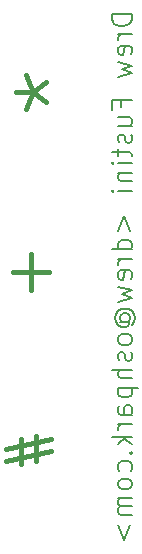
<source format=gbo>
G04 #@! TF.FileFunction,Legend,Bot*
%FSLAX46Y46*%
G04 Gerber Fmt 4.6, Leading zero omitted, Abs format (unit mm)*
G04 Created by KiCad (PCBNEW 4.0.6) date Wed Aug 30 21:06:07 2017*
%MOMM*%
%LPD*%
G01*
G04 APERTURE LIST*
%ADD10C,0.100000*%
%ADD11C,0.152400*%
%ADD12C,0.400000*%
G04 APERTURE END LIST*
D10*
D11*
X146617168Y-41724257D02*
X144917168Y-41724257D01*
X144917168Y-42129019D01*
X144998120Y-42371876D01*
X145160025Y-42533781D01*
X145321930Y-42614733D01*
X145645739Y-42695685D01*
X145888596Y-42695685D01*
X146212406Y-42614733D01*
X146374310Y-42533781D01*
X146536215Y-42371876D01*
X146617168Y-42129019D01*
X146617168Y-41724257D01*
X146617168Y-43424257D02*
X145483834Y-43424257D01*
X145807644Y-43424257D02*
X145645739Y-43505209D01*
X145564787Y-43586162D01*
X145483834Y-43748066D01*
X145483834Y-43909971D01*
X146536215Y-45124257D02*
X146617168Y-44962352D01*
X146617168Y-44638543D01*
X146536215Y-44476638D01*
X146374310Y-44395686D01*
X145726691Y-44395686D01*
X145564787Y-44476638D01*
X145483834Y-44638543D01*
X145483834Y-44962352D01*
X145564787Y-45124257D01*
X145726691Y-45205209D01*
X145888596Y-45205209D01*
X146050501Y-44395686D01*
X145483834Y-45771876D02*
X146617168Y-46095686D01*
X145807644Y-46419495D01*
X146617168Y-46743305D01*
X145483834Y-47067114D01*
X145726691Y-49576638D02*
X145726691Y-49009971D01*
X146617168Y-49009971D02*
X144917168Y-49009971D01*
X144917168Y-49819495D01*
X145483834Y-51195685D02*
X146617168Y-51195685D01*
X145483834Y-50467114D02*
X146374310Y-50467114D01*
X146536215Y-50548066D01*
X146617168Y-50709971D01*
X146617168Y-50952828D01*
X146536215Y-51114733D01*
X146455263Y-51195685D01*
X146536215Y-51924257D02*
X146617168Y-52086161D01*
X146617168Y-52409971D01*
X146536215Y-52571876D01*
X146374310Y-52652828D01*
X146293358Y-52652828D01*
X146131453Y-52571876D01*
X146050501Y-52409971D01*
X146050501Y-52167114D01*
X145969549Y-52005209D01*
X145807644Y-51924257D01*
X145726691Y-51924257D01*
X145564787Y-52005209D01*
X145483834Y-52167114D01*
X145483834Y-52409971D01*
X145564787Y-52571876D01*
X145483834Y-53138542D02*
X145483834Y-53786161D01*
X144917168Y-53381399D02*
X146374310Y-53381399D01*
X146536215Y-53462351D01*
X146617168Y-53624256D01*
X146617168Y-53786161D01*
X146617168Y-54352828D02*
X145483834Y-54352828D01*
X144917168Y-54352828D02*
X144998120Y-54271876D01*
X145079072Y-54352828D01*
X144998120Y-54433780D01*
X144917168Y-54352828D01*
X145079072Y-54352828D01*
X145483834Y-55162352D02*
X146617168Y-55162352D01*
X145645739Y-55162352D02*
X145564787Y-55243304D01*
X145483834Y-55405209D01*
X145483834Y-55648066D01*
X145564787Y-55809971D01*
X145726691Y-55890923D01*
X146617168Y-55890923D01*
X146617168Y-56700447D02*
X145483834Y-56700447D01*
X144917168Y-56700447D02*
X144998120Y-56619495D01*
X145079072Y-56700447D01*
X144998120Y-56781399D01*
X144917168Y-56700447D01*
X145079072Y-56700447D01*
X145483834Y-60100447D02*
X145969549Y-58805209D01*
X146455263Y-60100447D01*
X146617168Y-61638542D02*
X144917168Y-61638542D01*
X146536215Y-61638542D02*
X146617168Y-61476638D01*
X146617168Y-61152828D01*
X146536215Y-60990923D01*
X146455263Y-60909971D01*
X146293358Y-60829019D01*
X145807644Y-60829019D01*
X145645739Y-60909971D01*
X145564787Y-60990923D01*
X145483834Y-61152828D01*
X145483834Y-61476638D01*
X145564787Y-61638542D01*
X146617168Y-62448066D02*
X145483834Y-62448066D01*
X145807644Y-62448066D02*
X145645739Y-62529018D01*
X145564787Y-62609971D01*
X145483834Y-62771875D01*
X145483834Y-62933780D01*
X146536215Y-64148066D02*
X146617168Y-63986161D01*
X146617168Y-63662352D01*
X146536215Y-63500447D01*
X146374310Y-63419495D01*
X145726691Y-63419495D01*
X145564787Y-63500447D01*
X145483834Y-63662352D01*
X145483834Y-63986161D01*
X145564787Y-64148066D01*
X145726691Y-64229018D01*
X145888596Y-64229018D01*
X146050501Y-63419495D01*
X145483834Y-64795685D02*
X146617168Y-65119495D01*
X145807644Y-65443304D01*
X146617168Y-65767114D01*
X145483834Y-66090923D01*
X145807644Y-67790923D02*
X145726691Y-67709970D01*
X145645739Y-67548066D01*
X145645739Y-67386161D01*
X145726691Y-67224256D01*
X145807644Y-67143304D01*
X145969549Y-67062351D01*
X146131453Y-67062351D01*
X146293358Y-67143304D01*
X146374310Y-67224256D01*
X146455263Y-67386161D01*
X146455263Y-67548066D01*
X146374310Y-67709970D01*
X146293358Y-67790923D01*
X145645739Y-67790923D02*
X146293358Y-67790923D01*
X146374310Y-67871875D01*
X146374310Y-67952828D01*
X146293358Y-68114732D01*
X146131453Y-68195685D01*
X145726691Y-68195685D01*
X145483834Y-68033780D01*
X145321930Y-67790923D01*
X145240977Y-67467113D01*
X145321930Y-67143304D01*
X145483834Y-66900447D01*
X145726691Y-66738542D01*
X146050501Y-66657590D01*
X146374310Y-66738542D01*
X146617168Y-66900447D01*
X146779072Y-67143304D01*
X146860025Y-67467113D01*
X146779072Y-67790923D01*
X146617168Y-68033780D01*
X146617168Y-69167113D02*
X146536215Y-69005208D01*
X146455263Y-68924256D01*
X146293358Y-68843304D01*
X145807644Y-68843304D01*
X145645739Y-68924256D01*
X145564787Y-69005208D01*
X145483834Y-69167113D01*
X145483834Y-69409970D01*
X145564787Y-69571875D01*
X145645739Y-69652827D01*
X145807644Y-69733780D01*
X146293358Y-69733780D01*
X146455263Y-69652827D01*
X146536215Y-69571875D01*
X146617168Y-69409970D01*
X146617168Y-69167113D01*
X146536215Y-70381399D02*
X146617168Y-70543303D01*
X146617168Y-70867113D01*
X146536215Y-71029018D01*
X146374310Y-71109970D01*
X146293358Y-71109970D01*
X146131453Y-71029018D01*
X146050501Y-70867113D01*
X146050501Y-70624256D01*
X145969549Y-70462351D01*
X145807644Y-70381399D01*
X145726691Y-70381399D01*
X145564787Y-70462351D01*
X145483834Y-70624256D01*
X145483834Y-70867113D01*
X145564787Y-71029018D01*
X146617168Y-71838541D02*
X144917168Y-71838541D01*
X146617168Y-72567112D02*
X145726691Y-72567112D01*
X145564787Y-72486160D01*
X145483834Y-72324255D01*
X145483834Y-72081398D01*
X145564787Y-71919493D01*
X145645739Y-71838541D01*
X145483834Y-73376636D02*
X147183834Y-73376636D01*
X145564787Y-73376636D02*
X145483834Y-73538541D01*
X145483834Y-73862350D01*
X145564787Y-74024255D01*
X145645739Y-74105207D01*
X145807644Y-74186160D01*
X146293358Y-74186160D01*
X146455263Y-74105207D01*
X146536215Y-74024255D01*
X146617168Y-73862350D01*
X146617168Y-73538541D01*
X146536215Y-73376636D01*
X146617168Y-75643302D02*
X145726691Y-75643302D01*
X145564787Y-75562350D01*
X145483834Y-75400445D01*
X145483834Y-75076636D01*
X145564787Y-74914731D01*
X146536215Y-75643302D02*
X146617168Y-75481398D01*
X146617168Y-75076636D01*
X146536215Y-74914731D01*
X146374310Y-74833779D01*
X146212406Y-74833779D01*
X146050501Y-74914731D01*
X145969549Y-75076636D01*
X145969549Y-75481398D01*
X145888596Y-75643302D01*
X146617168Y-76452826D02*
X145483834Y-76452826D01*
X145807644Y-76452826D02*
X145645739Y-76533778D01*
X145564787Y-76614731D01*
X145483834Y-76776635D01*
X145483834Y-76938540D01*
X146617168Y-77505207D02*
X144917168Y-77505207D01*
X145969549Y-77667112D02*
X146617168Y-78152826D01*
X145483834Y-78152826D02*
X146131453Y-77505207D01*
X146455263Y-78881397D02*
X146536215Y-78962349D01*
X146617168Y-78881397D01*
X146536215Y-78800445D01*
X146455263Y-78881397D01*
X146617168Y-78881397D01*
X146536215Y-80419492D02*
X146617168Y-80257588D01*
X146617168Y-79933778D01*
X146536215Y-79771873D01*
X146455263Y-79690921D01*
X146293358Y-79609969D01*
X145807644Y-79609969D01*
X145645739Y-79690921D01*
X145564787Y-79771873D01*
X145483834Y-79933778D01*
X145483834Y-80257588D01*
X145564787Y-80419492D01*
X146617168Y-81390921D02*
X146536215Y-81229016D01*
X146455263Y-81148064D01*
X146293358Y-81067112D01*
X145807644Y-81067112D01*
X145645739Y-81148064D01*
X145564787Y-81229016D01*
X145483834Y-81390921D01*
X145483834Y-81633778D01*
X145564787Y-81795683D01*
X145645739Y-81876635D01*
X145807644Y-81957588D01*
X146293358Y-81957588D01*
X146455263Y-81876635D01*
X146536215Y-81795683D01*
X146617168Y-81633778D01*
X146617168Y-81390921D01*
X146617168Y-82686159D02*
X145483834Y-82686159D01*
X145645739Y-82686159D02*
X145564787Y-82767111D01*
X145483834Y-82929016D01*
X145483834Y-83171873D01*
X145564787Y-83333778D01*
X145726691Y-83414730D01*
X146617168Y-83414730D01*
X145726691Y-83414730D02*
X145564787Y-83495683D01*
X145483834Y-83657587D01*
X145483834Y-83900445D01*
X145564787Y-84062349D01*
X145726691Y-84143302D01*
X146617168Y-84143302D01*
X145483834Y-84952826D02*
X145969549Y-86248064D01*
X146455263Y-84952826D01*
D12*
X137245263Y-77717589D02*
X137245263Y-79860446D01*
X135959549Y-78574731D02*
X139816691Y-77717589D01*
X138530977Y-79574731D02*
X138530977Y-77431874D01*
X139816691Y-78717589D02*
X135959549Y-79574731D01*
X138113834Y-62072351D02*
X138113834Y-65119970D01*
X139637644Y-63596160D02*
X136590025Y-63596160D01*
X136802406Y-48306160D02*
X138230977Y-48306160D01*
X137659549Y-46877589D02*
X138230977Y-48306160D01*
X137659549Y-49734732D01*
X139373834Y-47449017D02*
X138230977Y-48306160D01*
X139373834Y-49163303D01*
M02*

</source>
